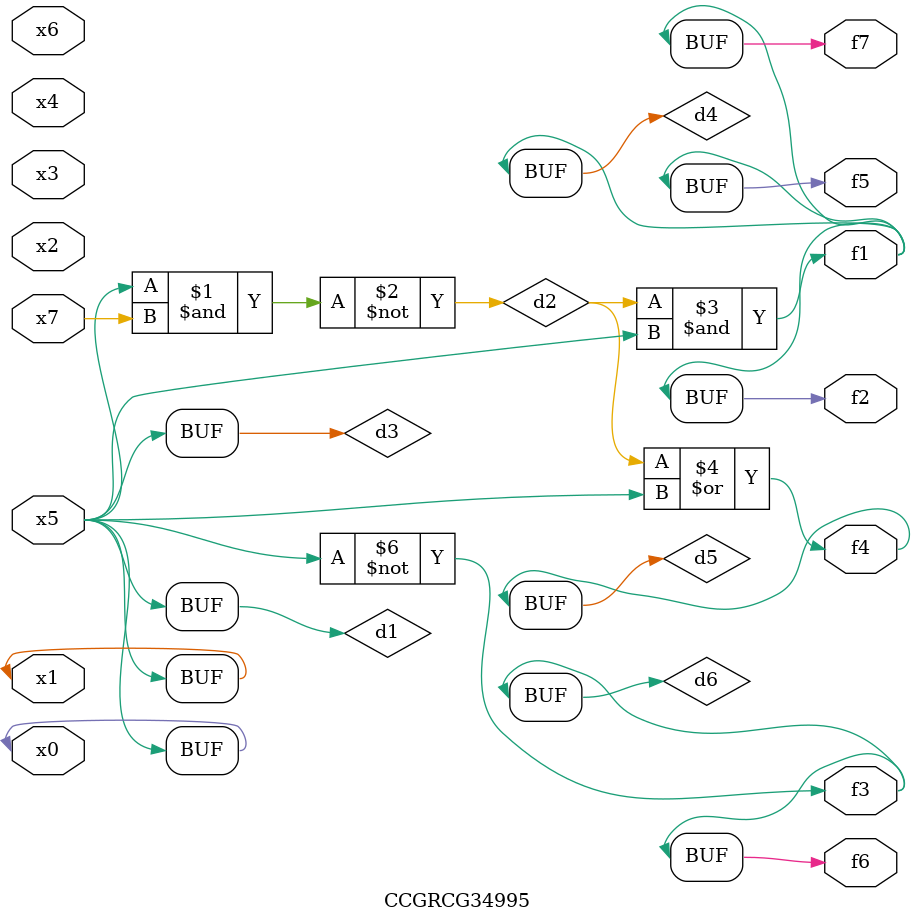
<source format=v>
module CCGRCG34995(
	input x0, x1, x2, x3, x4, x5, x6, x7,
	output f1, f2, f3, f4, f5, f6, f7
);

	wire d1, d2, d3, d4, d5, d6;

	buf (d1, x0, x5);
	nand (d2, x5, x7);
	buf (d3, x0, x1);
	and (d4, d2, d3);
	or (d5, d2, d3);
	nor (d6, d1, d3);
	assign f1 = d4;
	assign f2 = d4;
	assign f3 = d6;
	assign f4 = d5;
	assign f5 = d4;
	assign f6 = d6;
	assign f7 = d4;
endmodule

</source>
